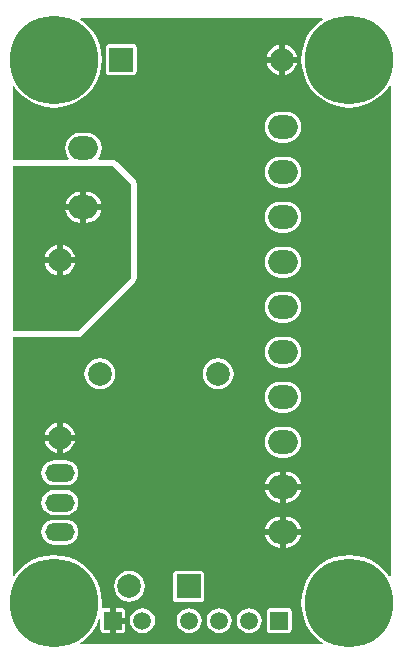
<source format=gtl>
G04 Layer_Physical_Order=1*
G04 Layer_Color=255*
%FSAX43Y43*%
%MOMM*%
G71*
G01*
G75*
%ADD10C,7.500*%
%ADD11C,2.000*%
%ADD12R,2.000X2.000*%
%ADD13R,1.500X1.500*%
%ADD14C,1.500*%
%ADD15O,2.500X2.000*%
%ADD16O,2.500X1.500*%
G36*
X0026761Y0053378D02*
X0026612Y0053287D01*
X0026127Y0052873D01*
X0025713Y0052388D01*
X0025380Y0051844D01*
X0025136Y0051255D01*
X0024987Y0050636D01*
X0024937Y0050000D01*
X0024987Y0049364D01*
X0025136Y0048745D01*
X0025380Y0048156D01*
X0025713Y0047612D01*
X0026127Y0047127D01*
X0026612Y0046713D01*
X0027156Y0046380D01*
X0027745Y0046136D01*
X0028364Y0045987D01*
X0029000Y0045937D01*
X0029636Y0045987D01*
X0030255Y0046136D01*
X0030844Y0046380D01*
X0031388Y0046713D01*
X0031873Y0047127D01*
X0032287Y0047612D01*
X0032378Y0047761D01*
X0032500Y0047726D01*
Y0006274D01*
X0032378Y0006239D01*
X0032287Y0006388D01*
X0031873Y0006873D01*
X0031388Y0007287D01*
X0030844Y0007620D01*
X0030255Y0007864D01*
X0029636Y0008013D01*
X0029000Y0008063D01*
X0028364Y0008013D01*
X0027745Y0007864D01*
X0027156Y0007620D01*
X0026612Y0007287D01*
X0026127Y0006873D01*
X0025713Y0006388D01*
X0025380Y0005844D01*
X0025136Y0005255D01*
X0024987Y0004636D01*
X0024937Y0004000D01*
X0024987Y0003364D01*
X0025136Y0002745D01*
X0025380Y0002156D01*
X0025713Y0001612D01*
X0026127Y0001127D01*
X0026612Y0000713D01*
X0026761Y0000622D01*
X0026726Y0000500D01*
X0006274D01*
X0006239Y0000622D01*
X0006388Y0000713D01*
X0006873Y0001127D01*
X0007287Y0001612D01*
X0007620Y0002156D01*
X0007817Y0002632D01*
X0007944Y0002607D01*
Y0001750D01*
X0007967Y0001633D01*
X0008034Y0001534D01*
X0008133Y0001467D01*
X0008250Y0001444D01*
X0008750D01*
Y0002500D01*
Y0003556D01*
X0008250D01*
X0008153Y0003537D01*
X0008078Y0003580D01*
X0008032Y0003618D01*
X0008063Y0004000D01*
X0008013Y0004636D01*
X0007864Y0005255D01*
X0007620Y0005844D01*
X0007287Y0006388D01*
X0006873Y0006873D01*
X0006388Y0007287D01*
X0005844Y0007620D01*
X0005255Y0007864D01*
X0004636Y0008013D01*
X0004000Y0008063D01*
X0003364Y0008013D01*
X0002745Y0007864D01*
X0002156Y0007620D01*
X0001612Y0007287D01*
X0001127Y0006873D01*
X0000713Y0006388D01*
X0000622Y0006239D01*
X0000500Y0006274D01*
Y0026490D01*
X0006000D01*
X0006195Y0026529D01*
X0006360Y0026640D01*
X0010860Y0031140D01*
X0010971Y0031305D01*
X0011010Y0031500D01*
Y0039500D01*
X0010971Y0039695D01*
X0010860Y0039860D01*
X0009360Y0041360D01*
X0009195Y0041471D01*
X0009000Y0041510D01*
X0007789D01*
X0007726Y0041637D01*
X0007886Y0041844D01*
X0008017Y0042161D01*
X0008061Y0042500D01*
X0008017Y0042839D01*
X0007886Y0043156D01*
X0007677Y0043427D01*
X0007406Y0043636D01*
X0007089Y0043767D01*
X0006750Y0043811D01*
X0006250D01*
X0005911Y0043767D01*
X0005594Y0043636D01*
X0005323Y0043427D01*
X0005114Y0043156D01*
X0004983Y0042839D01*
X0004939Y0042500D01*
X0004983Y0042161D01*
X0005114Y0041844D01*
X0005274Y0041637D01*
X0005211Y0041510D01*
X0000500D01*
Y0047726D01*
X0000622Y0047761D01*
X0000713Y0047612D01*
X0001127Y0047127D01*
X0001612Y0046713D01*
X0002156Y0046380D01*
X0002745Y0046136D01*
X0003364Y0045987D01*
X0004000Y0045937D01*
X0004636Y0045987D01*
X0005255Y0046136D01*
X0005844Y0046380D01*
X0006388Y0046713D01*
X0006873Y0047127D01*
X0007287Y0047612D01*
X0007620Y0048156D01*
X0007864Y0048745D01*
X0008013Y0049364D01*
X0008063Y0050000D01*
X0008013Y0050636D01*
X0007864Y0051255D01*
X0007620Y0051844D01*
X0007287Y0052388D01*
X0006873Y0052873D01*
X0006388Y0053287D01*
X0006239Y0053378D01*
X0006274Y0053500D01*
X0026726D01*
X0026761Y0053378D01*
D02*
G37*
G36*
X0010500Y0039500D02*
Y0031500D01*
X0006000Y0027000D01*
X0000500D01*
Y0041000D01*
X0009000D01*
X0010500Y0039500D01*
D02*
G37*
%LPC*%
G36*
X0024928Y0013560D02*
X0023650D01*
Y0012499D01*
X0023650D01*
X0023989Y0012543D01*
X0024306Y0012674D01*
X0024577Y0012883D01*
X0024786Y0013154D01*
X0024917Y0013471D01*
X0024928Y0013560D01*
D02*
G37*
G36*
X0023150D02*
X0021872D01*
X0021883Y0013471D01*
X0022014Y0013154D01*
X0022223Y0012883D01*
X0022494Y0012674D01*
X0022811Y0012543D01*
X0023150Y0012499D01*
Y0013560D01*
D02*
G37*
G36*
X0005000Y0013559D02*
X0004000D01*
X0003726Y0013523D01*
X0003470Y0013417D01*
X0003251Y0013249D01*
X0003083Y0013030D01*
X0002977Y0012774D01*
X0002941Y0012500D01*
X0002977Y0012226D01*
X0003083Y0011970D01*
X0003251Y0011751D01*
X0003470Y0011583D01*
X0003726Y0011477D01*
X0004000Y0011441D01*
X0005000D01*
X0005274Y0011477D01*
X0005530Y0011583D01*
X0005749Y0011751D01*
X0005917Y0011970D01*
X0006023Y0012226D01*
X0006059Y0012500D01*
X0006023Y0012774D01*
X0005917Y0013030D01*
X0005749Y0013249D01*
X0005530Y0013417D01*
X0005274Y0013523D01*
X0005000Y0013559D01*
D02*
G37*
G36*
X0023150Y0011311D02*
X0022811Y0011267D01*
X0022494Y0011136D01*
X0022223Y0010927D01*
X0022014Y0010656D01*
X0021883Y0010339D01*
X0021872Y0010250D01*
X0023150D01*
Y0011311D01*
D02*
G37*
G36*
X0023650D02*
X0023650D01*
Y0010250D01*
X0024928D01*
X0024917Y0010339D01*
X0024786Y0010656D01*
X0024577Y0010927D01*
X0024306Y0011136D01*
X0023989Y0011267D01*
X0023650Y0011311D01*
D02*
G37*
G36*
X0005000Y0016059D02*
X0004000D01*
X0003726Y0016023D01*
X0003470Y0015917D01*
X0003251Y0015749D01*
X0003083Y0015530D01*
X0002977Y0015274D01*
X0002941Y0015000D01*
X0002977Y0014726D01*
X0003083Y0014470D01*
X0003251Y0014251D01*
X0003470Y0014083D01*
X0003726Y0013977D01*
X0004000Y0013941D01*
X0005000D01*
X0005274Y0013977D01*
X0005530Y0014083D01*
X0005749Y0014251D01*
X0005917Y0014470D01*
X0006023Y0014726D01*
X0006059Y0015000D01*
X0006023Y0015274D01*
X0005917Y0015530D01*
X0005749Y0015749D01*
X0005530Y0015917D01*
X0005274Y0016023D01*
X0005000Y0016059D01*
D02*
G37*
G36*
X0023650Y0015121D02*
X0023650D01*
Y0014060D01*
X0024928D01*
X0024917Y0014149D01*
X0024786Y0014466D01*
X0024577Y0014737D01*
X0024306Y0014946D01*
X0023989Y0015077D01*
X0023650Y0015121D01*
D02*
G37*
G36*
Y0018931D02*
X0023150D01*
X0022811Y0018887D01*
X0022494Y0018756D01*
X0022223Y0018547D01*
X0022014Y0018276D01*
X0021883Y0017959D01*
X0021839Y0017620D01*
X0021883Y0017281D01*
X0022014Y0016964D01*
X0022223Y0016693D01*
X0022494Y0016484D01*
X0022811Y0016353D01*
X0023150Y0016309D01*
X0023650D01*
X0023989Y0016353D01*
X0024306Y0016484D01*
X0024577Y0016693D01*
X0024786Y0016964D01*
X0024917Y0017281D01*
X0024961Y0017620D01*
X0024917Y0017959D01*
X0024786Y0018276D01*
X0024577Y0018547D01*
X0024306Y0018756D01*
X0023989Y0018887D01*
X0023650Y0018931D01*
D02*
G37*
G36*
X0023150Y0015121D02*
X0022811Y0015077D01*
X0022494Y0014946D01*
X0022223Y0014737D01*
X0022014Y0014466D01*
X0021883Y0014149D01*
X0021872Y0014060D01*
X0023150D01*
Y0015121D01*
D02*
G37*
G36*
X0004250Y0017750D02*
X0003222D01*
X0003233Y0017661D01*
X0003364Y0017344D01*
X0003573Y0017073D01*
X0003844Y0016864D01*
X0004161Y0016733D01*
X0004250Y0016722D01*
Y0017750D01*
D02*
G37*
G36*
X0005778D02*
X0004750D01*
Y0016722D01*
X0004839Y0016733D01*
X0005156Y0016864D01*
X0005427Y0017073D01*
X0005636Y0017344D01*
X0005767Y0017661D01*
X0005778Y0017750D01*
D02*
G37*
G36*
X0020540Y0003559D02*
X0020266Y0003523D01*
X0020010Y0003417D01*
X0019791Y0003249D01*
X0019623Y0003030D01*
X0019517Y0002774D01*
X0019481Y0002500D01*
X0019517Y0002226D01*
X0019623Y0001970D01*
X0019791Y0001751D01*
X0020010Y0001583D01*
X0020266Y0001477D01*
X0020540Y0001441D01*
X0020814Y0001477D01*
X0021070Y0001583D01*
X0021289Y0001751D01*
X0021457Y0001970D01*
X0021563Y0002226D01*
X0021599Y0002500D01*
X0021563Y0002774D01*
X0021457Y0003030D01*
X0021289Y0003249D01*
X0021070Y0003417D01*
X0020814Y0003523D01*
X0020540Y0003559D01*
D02*
G37*
G36*
X0010056Y0002250D02*
X0009250D01*
Y0001444D01*
X0009750D01*
X0009867Y0001467D01*
X0009966Y0001534D01*
X0010033Y0001633D01*
X0010056Y0001750D01*
Y0002250D01*
D02*
G37*
G36*
X0023830Y0003556D02*
X0022330D01*
X0022213Y0003533D01*
X0022114Y0003466D01*
X0022047Y0003367D01*
X0022024Y0003250D01*
Y0001750D01*
X0022047Y0001633D01*
X0022114Y0001534D01*
X0022213Y0001467D01*
X0022330Y0001444D01*
X0023830D01*
X0023947Y0001467D01*
X0024046Y0001534D01*
X0024113Y0001633D01*
X0024136Y0001750D01*
Y0003250D01*
X0024113Y0003367D01*
X0024046Y0003466D01*
X0023947Y0003533D01*
X0023830Y0003556D01*
D02*
G37*
G36*
X0011500Y0003559D02*
X0011226Y0003523D01*
X0010970Y0003417D01*
X0010751Y0003249D01*
X0010583Y0003030D01*
X0010477Y0002774D01*
X0010441Y0002500D01*
X0010477Y0002226D01*
X0010583Y0001970D01*
X0010751Y0001751D01*
X0010970Y0001583D01*
X0011226Y0001477D01*
X0011500Y0001441D01*
X0011774Y0001477D01*
X0012030Y0001583D01*
X0012249Y0001751D01*
X0012417Y0001970D01*
X0012523Y0002226D01*
X0012559Y0002500D01*
X0012523Y0002774D01*
X0012417Y0003030D01*
X0012249Y0003249D01*
X0012030Y0003417D01*
X0011774Y0003523D01*
X0011500Y0003559D01*
D02*
G37*
G36*
X0015460D02*
X0015186Y0003523D01*
X0014930Y0003417D01*
X0014711Y0003249D01*
X0014543Y0003030D01*
X0014437Y0002774D01*
X0014401Y0002500D01*
X0014437Y0002226D01*
X0014543Y0001970D01*
X0014711Y0001751D01*
X0014930Y0001583D01*
X0015186Y0001477D01*
X0015460Y0001441D01*
X0015734Y0001477D01*
X0015990Y0001583D01*
X0016209Y0001751D01*
X0016377Y0001970D01*
X0016483Y0002226D01*
X0016519Y0002500D01*
X0016483Y0002774D01*
X0016377Y0003030D01*
X0016209Y0003249D01*
X0015990Y0003417D01*
X0015734Y0003523D01*
X0015460Y0003559D01*
D02*
G37*
G36*
X0018000D02*
X0017726Y0003523D01*
X0017470Y0003417D01*
X0017251Y0003249D01*
X0017083Y0003030D01*
X0016977Y0002774D01*
X0016941Y0002500D01*
X0016977Y0002226D01*
X0017083Y0001970D01*
X0017251Y0001751D01*
X0017470Y0001583D01*
X0017726Y0001477D01*
X0018000Y0001441D01*
X0018274Y0001477D01*
X0018530Y0001583D01*
X0018749Y0001751D01*
X0018917Y0001970D01*
X0019023Y0002226D01*
X0019059Y0002500D01*
X0019023Y0002774D01*
X0018917Y0003030D01*
X0018749Y0003249D01*
X0018530Y0003417D01*
X0018274Y0003523D01*
X0018000Y0003559D01*
D02*
G37*
G36*
X0024928Y0009750D02*
X0023650D01*
Y0008689D01*
X0023650D01*
X0023989Y0008733D01*
X0024306Y0008864D01*
X0024577Y0009073D01*
X0024786Y0009344D01*
X0024917Y0009661D01*
X0024928Y0009750D01*
D02*
G37*
G36*
X0023150D02*
X0021872D01*
X0021883Y0009661D01*
X0022014Y0009344D01*
X0022223Y0009073D01*
X0022494Y0008864D01*
X0022811Y0008733D01*
X0023150Y0008689D01*
Y0009750D01*
D02*
G37*
G36*
X0005000Y0011059D02*
X0004000D01*
X0003726Y0011023D01*
X0003470Y0010917D01*
X0003251Y0010749D01*
X0003083Y0010530D01*
X0002977Y0010274D01*
X0002941Y0010000D01*
X0002977Y0009726D01*
X0003083Y0009470D01*
X0003251Y0009251D01*
X0003470Y0009083D01*
X0003726Y0008977D01*
X0004000Y0008941D01*
X0005000D01*
X0005274Y0008977D01*
X0005530Y0009083D01*
X0005749Y0009251D01*
X0005917Y0009470D01*
X0006023Y0009726D01*
X0006059Y0010000D01*
X0006023Y0010274D01*
X0005917Y0010530D01*
X0005749Y0010749D01*
X0005530Y0010917D01*
X0005274Y0011023D01*
X0005000Y0011059D01*
D02*
G37*
G36*
X0009750Y0003556D02*
X0009250D01*
Y0002750D01*
X0010056D01*
Y0003250D01*
X0010033Y0003367D01*
X0009966Y0003466D01*
X0009867Y0003533D01*
X0009750Y0003556D01*
D02*
G37*
G36*
X0010400Y0006711D02*
X0010061Y0006667D01*
X0009744Y0006536D01*
X0009473Y0006327D01*
X0009264Y0006056D01*
X0009133Y0005739D01*
X0009089Y0005400D01*
X0009133Y0005061D01*
X0009264Y0004744D01*
X0009473Y0004473D01*
X0009744Y0004264D01*
X0010061Y0004133D01*
X0010400Y0004089D01*
X0010739Y0004133D01*
X0011056Y0004264D01*
X0011327Y0004473D01*
X0011536Y0004744D01*
X0011667Y0005061D01*
X0011711Y0005400D01*
X0011667Y0005739D01*
X0011536Y0006056D01*
X0011327Y0006327D01*
X0011056Y0006536D01*
X0010739Y0006667D01*
X0010400Y0006711D01*
D02*
G37*
G36*
X0016400Y0006706D02*
X0014400D01*
X0014283Y0006683D01*
X0014184Y0006616D01*
X0014117Y0006517D01*
X0014094Y0006400D01*
Y0004400D01*
X0014117Y0004283D01*
X0014184Y0004184D01*
X0014283Y0004117D01*
X0014400Y0004094D01*
X0016400D01*
X0016517Y0004117D01*
X0016616Y0004184D01*
X0016683Y0004283D01*
X0016706Y0004400D01*
Y0006400D01*
X0016683Y0006517D01*
X0016616Y0006616D01*
X0016517Y0006683D01*
X0016400Y0006706D01*
D02*
G37*
G36*
X0004250Y0019278D02*
X0004161Y0019267D01*
X0003844Y0019136D01*
X0003573Y0018927D01*
X0003364Y0018656D01*
X0003233Y0018339D01*
X0003222Y0018250D01*
X0004250D01*
Y0019278D01*
D02*
G37*
G36*
X0023650Y0041791D02*
X0023150D01*
X0022811Y0041747D01*
X0022494Y0041616D01*
X0022223Y0041407D01*
X0022014Y0041136D01*
X0021883Y0040819D01*
X0021839Y0040480D01*
X0021883Y0040141D01*
X0022014Y0039824D01*
X0022223Y0039553D01*
X0022494Y0039344D01*
X0022811Y0039213D01*
X0023150Y0039169D01*
X0023650D01*
X0023989Y0039213D01*
X0024306Y0039344D01*
X0024577Y0039553D01*
X0024786Y0039824D01*
X0024917Y0040141D01*
X0024961Y0040480D01*
X0024917Y0040819D01*
X0024786Y0041136D01*
X0024577Y0041407D01*
X0024306Y0041616D01*
X0023989Y0041747D01*
X0023650Y0041791D01*
D02*
G37*
G36*
Y0045601D02*
X0023150D01*
X0022811Y0045557D01*
X0022494Y0045426D01*
X0022223Y0045217D01*
X0022014Y0044946D01*
X0021883Y0044629D01*
X0021839Y0044290D01*
X0021883Y0043951D01*
X0022014Y0043634D01*
X0022223Y0043363D01*
X0022494Y0043154D01*
X0022811Y0043023D01*
X0023150Y0042979D01*
X0023650D01*
X0023989Y0043023D01*
X0024306Y0043154D01*
X0024577Y0043363D01*
X0024786Y0043634D01*
X0024917Y0043951D01*
X0024961Y0044290D01*
X0024917Y0044629D01*
X0024786Y0044946D01*
X0024577Y0045217D01*
X0024306Y0045426D01*
X0023989Y0045557D01*
X0023650Y0045601D01*
D02*
G37*
G36*
X0023050Y0051278D02*
X0022961Y0051267D01*
X0022644Y0051136D01*
X0022373Y0050927D01*
X0022164Y0050656D01*
X0022033Y0050339D01*
X0022022Y0050250D01*
X0023050D01*
Y0051278D01*
D02*
G37*
G36*
X0023550D02*
Y0050250D01*
X0024578D01*
X0024567Y0050339D01*
X0024436Y0050656D01*
X0024227Y0050927D01*
X0023956Y0051136D01*
X0023639Y0051267D01*
X0023550Y0051278D01*
D02*
G37*
G36*
X0024578Y0049750D02*
X0023550D01*
Y0048722D01*
X0023639Y0048733D01*
X0023956Y0048864D01*
X0024227Y0049073D01*
X0024436Y0049344D01*
X0024567Y0049661D01*
X0024578Y0049750D01*
D02*
G37*
G36*
X0010700Y0051306D02*
X0008700D01*
X0008583Y0051283D01*
X0008484Y0051216D01*
X0008417Y0051117D01*
X0008394Y0051000D01*
Y0049000D01*
X0008417Y0048883D01*
X0008484Y0048784D01*
X0008583Y0048717D01*
X0008700Y0048694D01*
X0010700D01*
X0010817Y0048717D01*
X0010916Y0048784D01*
X0010983Y0048883D01*
X0011006Y0049000D01*
Y0051000D01*
X0010983Y0051117D01*
X0010916Y0051216D01*
X0010817Y0051283D01*
X0010700Y0051306D01*
D02*
G37*
G36*
X0023050Y0049750D02*
X0022022D01*
X0022033Y0049661D01*
X0022164Y0049344D01*
X0022373Y0049073D01*
X0022644Y0048864D01*
X0022961Y0048733D01*
X0023050Y0048722D01*
Y0049750D01*
D02*
G37*
G36*
X0023650Y0037981D02*
X0023150D01*
X0022811Y0037937D01*
X0022494Y0037806D01*
X0022223Y0037597D01*
X0022014Y0037326D01*
X0021883Y0037009D01*
X0021839Y0036670D01*
X0021883Y0036331D01*
X0022014Y0036014D01*
X0022223Y0035743D01*
X0022494Y0035534D01*
X0022811Y0035403D01*
X0023150Y0035359D01*
X0023650D01*
X0023989Y0035403D01*
X0024306Y0035534D01*
X0024577Y0035743D01*
X0024786Y0036014D01*
X0024917Y0036331D01*
X0024961Y0036670D01*
X0024917Y0037009D01*
X0024786Y0037326D01*
X0024577Y0037597D01*
X0024306Y0037806D01*
X0023989Y0037937D01*
X0023650Y0037981D01*
D02*
G37*
G36*
X0017900Y0024711D02*
X0017561Y0024667D01*
X0017244Y0024536D01*
X0016973Y0024327D01*
X0016764Y0024056D01*
X0016633Y0023739D01*
X0016589Y0023400D01*
X0016633Y0023061D01*
X0016764Y0022744D01*
X0016973Y0022473D01*
X0017244Y0022264D01*
X0017561Y0022133D01*
X0017900Y0022089D01*
X0018239Y0022133D01*
X0018556Y0022264D01*
X0018827Y0022473D01*
X0019036Y0022744D01*
X0019167Y0023061D01*
X0019211Y0023400D01*
X0019167Y0023739D01*
X0019036Y0024056D01*
X0018827Y0024327D01*
X0018556Y0024536D01*
X0018239Y0024667D01*
X0017900Y0024711D01*
D02*
G37*
G36*
X0023650Y0026551D02*
X0023150D01*
X0022811Y0026507D01*
X0022494Y0026376D01*
X0022223Y0026167D01*
X0022014Y0025896D01*
X0021883Y0025579D01*
X0021839Y0025240D01*
X0021883Y0024901D01*
X0022014Y0024584D01*
X0022223Y0024313D01*
X0022494Y0024104D01*
X0022811Y0023973D01*
X0023150Y0023929D01*
X0023650D01*
X0023989Y0023973D01*
X0024306Y0024104D01*
X0024577Y0024313D01*
X0024786Y0024584D01*
X0024917Y0024901D01*
X0024961Y0025240D01*
X0024917Y0025579D01*
X0024786Y0025896D01*
X0024577Y0026167D01*
X0024306Y0026376D01*
X0023989Y0026507D01*
X0023650Y0026551D01*
D02*
G37*
G36*
X0007900Y0024711D02*
X0007561Y0024667D01*
X0007244Y0024536D01*
X0006973Y0024327D01*
X0006764Y0024056D01*
X0006633Y0023739D01*
X0006589Y0023400D01*
X0006633Y0023061D01*
X0006764Y0022744D01*
X0006973Y0022473D01*
X0007244Y0022264D01*
X0007561Y0022133D01*
X0007900Y0022089D01*
X0008239Y0022133D01*
X0008556Y0022264D01*
X0008827Y0022473D01*
X0009036Y0022744D01*
X0009167Y0023061D01*
X0009211Y0023400D01*
X0009167Y0023739D01*
X0009036Y0024056D01*
X0008827Y0024327D01*
X0008556Y0024536D01*
X0008239Y0024667D01*
X0007900Y0024711D01*
D02*
G37*
G36*
X0004750Y0019278D02*
Y0018250D01*
X0005778D01*
X0005767Y0018339D01*
X0005636Y0018656D01*
X0005427Y0018927D01*
X0005156Y0019136D01*
X0004839Y0019267D01*
X0004750Y0019278D01*
D02*
G37*
G36*
X0023650Y0022741D02*
X0023150D01*
X0022811Y0022697D01*
X0022494Y0022566D01*
X0022223Y0022357D01*
X0022014Y0022086D01*
X0021883Y0021769D01*
X0021839Y0021430D01*
X0021883Y0021091D01*
X0022014Y0020774D01*
X0022223Y0020503D01*
X0022494Y0020294D01*
X0022811Y0020163D01*
X0023150Y0020119D01*
X0023650D01*
X0023989Y0020163D01*
X0024306Y0020294D01*
X0024577Y0020503D01*
X0024786Y0020774D01*
X0024917Y0021091D01*
X0024961Y0021430D01*
X0024917Y0021769D01*
X0024786Y0022086D01*
X0024577Y0022357D01*
X0024306Y0022566D01*
X0023989Y0022697D01*
X0023650Y0022741D01*
D02*
G37*
G36*
Y0030361D02*
X0023150D01*
X0022811Y0030317D01*
X0022494Y0030186D01*
X0022223Y0029977D01*
X0022014Y0029706D01*
X0021883Y0029389D01*
X0021839Y0029050D01*
X0021883Y0028711D01*
X0022014Y0028394D01*
X0022223Y0028123D01*
X0022494Y0027914D01*
X0022811Y0027783D01*
X0023150Y0027739D01*
X0023650D01*
X0023989Y0027783D01*
X0024306Y0027914D01*
X0024577Y0028123D01*
X0024786Y0028394D01*
X0024917Y0028711D01*
X0024961Y0029050D01*
X0024917Y0029389D01*
X0024786Y0029706D01*
X0024577Y0029977D01*
X0024306Y0030186D01*
X0023989Y0030317D01*
X0023650Y0030361D01*
D02*
G37*
G36*
Y0034171D02*
X0023150D01*
X0022811Y0034127D01*
X0022494Y0033996D01*
X0022223Y0033787D01*
X0022014Y0033516D01*
X0021883Y0033199D01*
X0021839Y0032860D01*
X0021883Y0032521D01*
X0022014Y0032204D01*
X0022223Y0031933D01*
X0022494Y0031724D01*
X0022811Y0031593D01*
X0023150Y0031549D01*
X0023650D01*
X0023989Y0031593D01*
X0024306Y0031724D01*
X0024577Y0031933D01*
X0024786Y0032204D01*
X0024917Y0032521D01*
X0024961Y0032860D01*
X0024917Y0033199D01*
X0024786Y0033516D01*
X0024577Y0033787D01*
X0024306Y0033996D01*
X0023989Y0034127D01*
X0023650Y0034171D01*
D02*
G37*
G36*
X0006750Y0038811D02*
X0006750D01*
Y0037750D01*
X0008028D01*
X0008017Y0037839D01*
X0007886Y0038156D01*
X0007677Y0038427D01*
X0007406Y0038636D01*
X0007089Y0038767D01*
X0006750Y0038811D01*
D02*
G37*
G36*
X0006250D02*
X0005911Y0038767D01*
X0005594Y0038636D01*
X0005323Y0038427D01*
X0005114Y0038156D01*
X0004983Y0037839D01*
X0004972Y0037750D01*
X0006250D01*
Y0038811D01*
D02*
G37*
G36*
X0008028Y0037250D02*
X0006750D01*
Y0036189D01*
X0006750D01*
X0007089Y0036233D01*
X0007406Y0036364D01*
X0007677Y0036573D01*
X0007886Y0036844D01*
X0008017Y0037161D01*
X0008028Y0037250D01*
D02*
G37*
G36*
X0006250D02*
X0004972D01*
X0004983Y0037161D01*
X0005114Y0036844D01*
X0005323Y0036573D01*
X0005594Y0036364D01*
X0005911Y0036233D01*
X0006250Y0036189D01*
Y0037250D01*
D02*
G37*
G36*
X0004250Y0034278D02*
X0004161Y0034267D01*
X0003844Y0034136D01*
X0003573Y0033927D01*
X0003364Y0033656D01*
X0003233Y0033339D01*
X0003222Y0033250D01*
X0004250D01*
Y0034278D01*
D02*
G37*
G36*
X0004750D02*
Y0033250D01*
X0005778D01*
X0005767Y0033339D01*
X0005636Y0033656D01*
X0005427Y0033927D01*
X0005156Y0034136D01*
X0004839Y0034267D01*
X0004750Y0034278D01*
D02*
G37*
G36*
X0004250Y0032750D02*
X0003222D01*
X0003233Y0032661D01*
X0003364Y0032344D01*
X0003573Y0032073D01*
X0003844Y0031864D01*
X0004161Y0031733D01*
X0004250Y0031722D01*
Y0032750D01*
D02*
G37*
G36*
X0005778D02*
X0004750D01*
Y0031722D01*
X0004839Y0031733D01*
X0005156Y0031864D01*
X0005427Y0032073D01*
X0005636Y0032344D01*
X0005767Y0032661D01*
X0005778Y0032750D01*
D02*
G37*
%LPD*%
D10*
X0004000Y0050000D02*
D03*
X0029000D02*
D03*
Y0004000D02*
D03*
X0004000Y0004000D02*
D03*
D11*
X0007900Y0023400D02*
D03*
X0017900D02*
D03*
X0010400Y0005400D02*
D03*
X0023300Y0050000D02*
D03*
X0004500Y0018000D02*
D03*
Y0033000D02*
D03*
D12*
X0015400Y0005400D02*
D03*
X0009700Y0050000D02*
D03*
D13*
X0009000Y0002500D02*
D03*
X0023080D02*
D03*
D14*
X0011500D02*
D03*
X0020540D02*
D03*
X0015460D02*
D03*
X0018000D02*
D03*
D15*
X0023400Y0044290D02*
D03*
Y0040480D02*
D03*
Y0036670D02*
D03*
Y0032860D02*
D03*
Y0029050D02*
D03*
Y0025240D02*
D03*
Y0021430D02*
D03*
Y0017620D02*
D03*
Y0013810D02*
D03*
Y0010000D02*
D03*
X0006500Y0042500D02*
D03*
Y0037500D02*
D03*
D16*
X0004500Y0010000D02*
D03*
Y0012500D02*
D03*
Y0015000D02*
D03*
M02*

</source>
